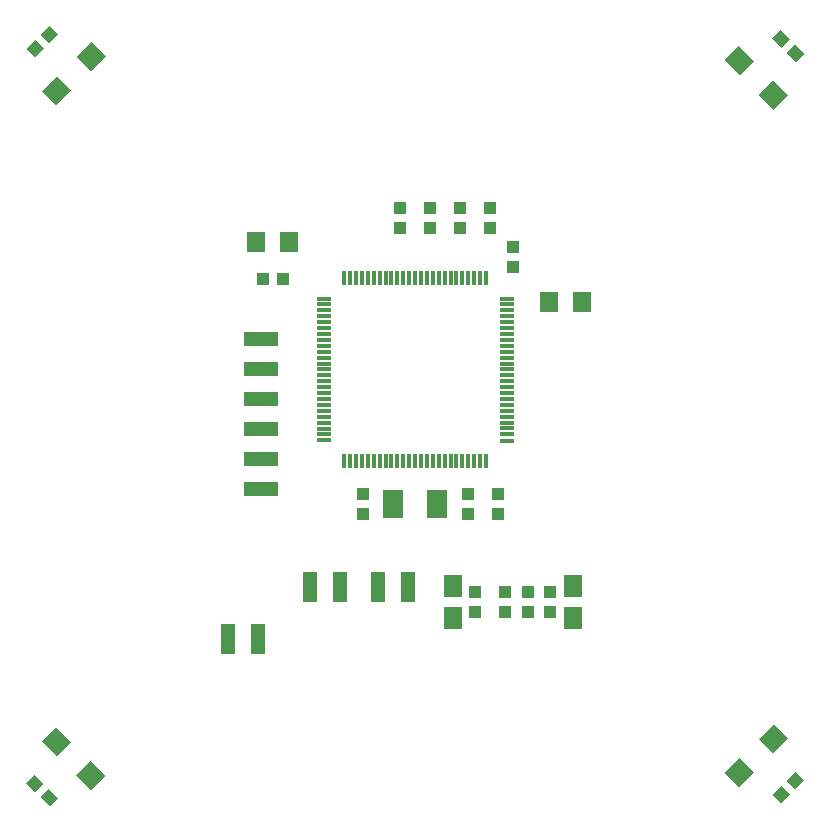
<source format=gbp>
G75*
%MOIN*%
%OFA0B0*%
%FSLAX25Y25*%
%IPPOS*%
%LPD*%
%AMOC8*
5,1,8,0,0,1.08239X$1,22.5*
%
%ADD10R,0.05906X0.07677*%
%ADD11R,0.03937X0.04331*%
%ADD12R,0.06299X0.07087*%
%ADD13R,0.04331X0.03937*%
%ADD14R,0.01181X0.04724*%
%ADD15R,0.04724X0.01181*%
%ADD16R,0.06693X0.09449*%
%ADD17R,0.07087X0.06693*%
%ADD18R,0.11811X0.04921*%
%ADD19R,0.05000X0.10000*%
D10*
X0300552Y0221438D03*
X0300552Y0232265D03*
X0340552Y0232265D03*
X0340552Y0221438D03*
D11*
X0333052Y0223505D03*
X0333052Y0230198D03*
X0325552Y0230198D03*
X0325552Y0223505D03*
X0308052Y0223505D03*
X0308052Y0230198D03*
X0315552Y0256005D03*
X0315552Y0262698D03*
X0270552Y0262698D03*
X0270552Y0256005D03*
X0320552Y0338505D03*
X0320552Y0345198D03*
D12*
X0332540Y0326851D03*
X0343564Y0326851D03*
X0246064Y0346851D03*
X0235040Y0346851D03*
D13*
G36*
X0166237Y0158743D02*
X0163176Y0161804D01*
X0165959Y0164587D01*
X0169020Y0161526D01*
X0166237Y0158743D01*
G37*
G36*
X0161505Y0163476D02*
X0158444Y0166537D01*
X0161227Y0169320D01*
X0164288Y0166259D01*
X0161505Y0163476D01*
G37*
X0305552Y0256005D03*
X0305552Y0262698D03*
X0318052Y0230198D03*
X0318052Y0223505D03*
G36*
X0412927Y0162804D02*
X0409866Y0159743D01*
X0407083Y0162526D01*
X0410144Y0165587D01*
X0412927Y0162804D01*
G37*
G36*
X0417660Y0167537D02*
X0414599Y0164476D01*
X0411816Y0167259D01*
X0414877Y0170320D01*
X0417660Y0167537D01*
G37*
X0243898Y0334351D03*
X0237206Y0334351D03*
X0283052Y0351379D03*
X0283052Y0358072D03*
X0293052Y0358072D03*
X0293052Y0351379D03*
X0303052Y0351379D03*
X0303052Y0358072D03*
X0313052Y0358072D03*
X0313052Y0351379D03*
G36*
X0409866Y0417459D02*
X0412927Y0414398D01*
X0410144Y0411615D01*
X0407083Y0414676D01*
X0409866Y0417459D01*
G37*
G36*
X0414599Y0412727D02*
X0417660Y0409666D01*
X0414877Y0406883D01*
X0411816Y0409944D01*
X0414599Y0412727D01*
G37*
G36*
X0163176Y0415898D02*
X0166237Y0418959D01*
X0169020Y0416176D01*
X0165959Y0413115D01*
X0163176Y0415898D01*
G37*
G36*
X0158444Y0411166D02*
X0161505Y0414227D01*
X0164288Y0411444D01*
X0161227Y0408383D01*
X0158444Y0411166D01*
G37*
D14*
X0264430Y0334863D03*
X0266398Y0334863D03*
X0268367Y0334863D03*
X0270335Y0334863D03*
X0272304Y0334863D03*
X0274272Y0334863D03*
X0276241Y0334863D03*
X0278209Y0334863D03*
X0280178Y0334863D03*
X0282146Y0334863D03*
X0284115Y0334863D03*
X0286083Y0334863D03*
X0288052Y0334863D03*
X0290020Y0334863D03*
X0291989Y0334863D03*
X0293957Y0334863D03*
X0295926Y0334863D03*
X0297894Y0334863D03*
X0299863Y0334863D03*
X0301831Y0334863D03*
X0303800Y0334863D03*
X0305769Y0334863D03*
X0307737Y0334863D03*
X0309706Y0334863D03*
X0311674Y0334863D03*
X0311674Y0273839D03*
X0309706Y0273839D03*
X0307737Y0273839D03*
X0305769Y0273839D03*
X0303800Y0273839D03*
X0301831Y0273839D03*
X0299863Y0273839D03*
X0297894Y0273839D03*
X0295926Y0273839D03*
X0293957Y0273839D03*
X0291989Y0273839D03*
X0290020Y0273839D03*
X0288052Y0273839D03*
X0286083Y0273839D03*
X0284115Y0273839D03*
X0282146Y0273839D03*
X0280178Y0273839D03*
X0278209Y0273839D03*
X0276241Y0273839D03*
X0274272Y0273839D03*
X0272304Y0273839D03*
X0270335Y0273839D03*
X0268367Y0273839D03*
X0266398Y0273839D03*
X0264430Y0273839D03*
D15*
X0257540Y0280729D03*
X0257540Y0282698D03*
X0257540Y0284666D03*
X0257540Y0286635D03*
X0257540Y0288603D03*
X0257540Y0290572D03*
X0257540Y0292540D03*
X0257540Y0294509D03*
X0257540Y0296477D03*
X0257540Y0298446D03*
X0257540Y0300414D03*
X0257540Y0302383D03*
X0257540Y0304351D03*
X0257540Y0306320D03*
X0257540Y0308288D03*
X0257540Y0310257D03*
X0257540Y0312225D03*
X0257540Y0314194D03*
X0257540Y0316162D03*
X0257540Y0318131D03*
X0257540Y0320099D03*
X0257540Y0322068D03*
X0257540Y0324036D03*
X0257540Y0326005D03*
X0257540Y0327973D03*
X0318564Y0327973D03*
X0318564Y0326005D03*
X0318564Y0324036D03*
X0318564Y0322068D03*
X0318564Y0320099D03*
X0318564Y0318131D03*
X0318564Y0316162D03*
X0318564Y0314194D03*
X0318564Y0312225D03*
X0318564Y0310257D03*
X0318564Y0308288D03*
X0318564Y0306320D03*
X0318564Y0304351D03*
X0318564Y0302383D03*
X0318564Y0300414D03*
X0318564Y0298446D03*
X0318564Y0296477D03*
X0318564Y0294509D03*
X0318564Y0292540D03*
X0318564Y0290572D03*
X0318564Y0288603D03*
X0318564Y0286635D03*
X0318564Y0284729D03*
X0318564Y0282698D03*
X0318564Y0280666D03*
D16*
X0295335Y0259351D03*
X0280769Y0259351D03*
D17*
G36*
X0180185Y0164060D02*
X0175175Y0169070D01*
X0179907Y0173802D01*
X0184917Y0168792D01*
X0180185Y0164060D01*
G37*
G36*
X0168771Y0175474D02*
X0163761Y0180484D01*
X0168493Y0185216D01*
X0173503Y0180206D01*
X0168771Y0175474D01*
G37*
G36*
X0400929Y0170070D02*
X0395919Y0165060D01*
X0391187Y0169792D01*
X0396197Y0174802D01*
X0400929Y0170070D01*
G37*
G36*
X0412343Y0181484D02*
X0407333Y0176474D01*
X0402601Y0181206D01*
X0407611Y0186216D01*
X0412343Y0181484D01*
G37*
G36*
X0407333Y0400728D02*
X0412343Y0395718D01*
X0407611Y0390986D01*
X0402601Y0395996D01*
X0407333Y0400728D01*
G37*
G36*
X0395919Y0412142D02*
X0400929Y0407132D01*
X0396197Y0402400D01*
X0391187Y0407410D01*
X0395919Y0412142D01*
G37*
G36*
X0175175Y0408632D02*
X0180185Y0413642D01*
X0184917Y0408910D01*
X0179907Y0403900D01*
X0175175Y0408632D01*
G37*
G36*
X0163761Y0397218D02*
X0168771Y0402228D01*
X0173503Y0397496D01*
X0168493Y0392486D01*
X0163761Y0397218D01*
G37*
D18*
X0236536Y0314351D03*
X0236536Y0304351D03*
X0236536Y0294351D03*
X0236536Y0284351D03*
X0236536Y0274351D03*
X0236536Y0264351D03*
D19*
X0253052Y0231851D03*
X0263052Y0231851D03*
X0275552Y0231851D03*
X0285552Y0231851D03*
X0235552Y0214351D03*
X0225552Y0214351D03*
M02*

</source>
